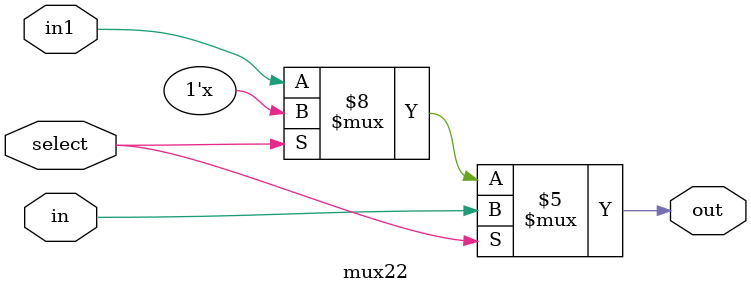
<source format=v>
module mux22(select,in,in1,out);

input  select;
input  in,in1;
output out;
reg  out;
wire  select;

always@(select or in or in1)
begin
if(select == 0)
out=in1;
if(select == 1)
out=in;
end

endmodule

</source>
